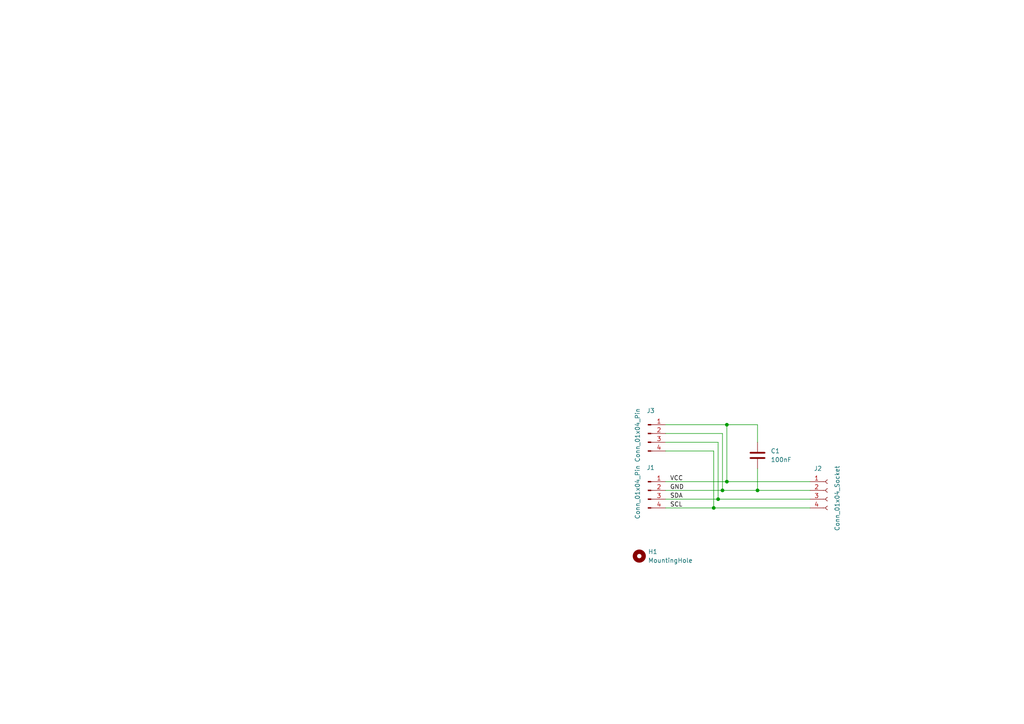
<source format=kicad_sch>
(kicad_sch (version 20231120) (generator "eeschema") (generator_version "8.0")
  (paper "A4")
  (title_block (date "2025-04-07"))
  (lib_symbols
    (symbol "Connector:Conn_01x04_Pin" (pin_names (offset 1.016) hide)
      (property "Reference" "J" (at 0 5.08 0))
      (property "Value" "Conn_01x04_Pin" (at 0 -7.62 0))
      (symbol "Conn_01x04_Pin_1_1"
        (polyline (pts (xy 1.27 -5.08) (xy 0.8636 -5.08)) (stroke (width 0.1524)))
        (polyline (pts (xy 1.27 -2.54) (xy 0.8636 -2.54)) (stroke (width 0.1524)))
        (polyline (pts (xy 1.27 0) (xy 0.8636 0)) (stroke (width 0.1524)))
        (polyline (pts (xy 1.27 2.54) (xy 0.8636 2.54)) (stroke (width 0.1524)))
        (rectangle (start 0.8636 -4.953) (end 0 -5.207) (stroke (width 0.1524)) (fill (type outline)))
        (rectangle (start 0.8636 -2.413) (end 0 -2.667) (stroke (width 0.1524)) (fill (type outline)))
        (rectangle (start 0.8636 0.127) (end 0 -0.127) (stroke (width 0.1524)) (fill (type outline)))
        (rectangle (start 0.8636 2.667) (end 0 2.413) (stroke (width 0.1524)) (fill (type outline)))
        (pin passive line (at 5.08 2.54 180) (length 3.81) (name "Pin_1") (number "1"))
        (pin passive line (at 5.08 0 180) (length 3.81) (name "Pin_2") (number "2"))
        (pin passive line (at 5.08 -2.54 180) (length 3.81) (name "Pin_3") (number "3"))
        (pin passive line (at 5.08 -5.08 180) (length 3.81) (name "Pin_4") (number "4"))
      )
    )
    (symbol "Connector:Conn_01x04_Socket" (pin_names (offset 1.016) hide)
      (property "Reference" "J" (at 0 5.08 0))
      (property "Value" "Conn_01x04_Socket" (at 0 -7.62 0))
      (symbol "Conn_01x04_Socket_1_1"
        (arc (start 0 -4.572) (mid -0.5058 -5.08) (end 0 -5.588) (stroke (width 0.1524)))
        (arc (start 0 -2.032) (mid -0.5058 -2.54) (end 0 -3.048) (stroke (width 0.1524)))
        (polyline (pts (xy -1.27 -5.08) (xy -0.508 -5.08)) (stroke (width 0.1524)))
        (polyline (pts (xy -1.27 -2.54) (xy -0.508 -2.54)) (stroke (width 0.1524)))
        (polyline (pts (xy -1.27 0) (xy -0.508 0)) (stroke (width 0.1524)))
        (polyline (pts (xy -1.27 2.54) (xy -0.508 2.54)) (stroke (width 0.1524)))
        (arc (start 0 0.508) (mid -0.5058 0) (end 0 -0.508) (stroke (width 0.1524)))
        (arc (start 0 3.048) (mid -0.5058 2.54) (end 0 2.032) (stroke (width 0.1524)))
        (pin passive line (at -5.08 2.54 0) (length 3.81) (name "Pin_1") (number "1"))
        (pin passive line (at -5.08 0 0) (length 3.81) (name "Pin_2") (number "2"))
        (pin passive line (at -5.08 -2.54 0) (length 3.81) (name "Pin_3") (number "3"))
        (pin passive line (at -5.08 -5.08 0) (length 3.81) (name "Pin_4") (number "4"))
      )
    )
    (symbol "Device:C" (pin_numbers hide) (pin_names (offset 0.254))
      (property "Reference" "C" (at 0.635 2.54 0))
      (property "Value" "C" (at 0.635 -2.54 0))
      (symbol "C_0_1"
        (polyline (pts (xy -2.032 -0.762) (xy 2.032 -0.762)) (stroke (width 0.508)))
        (polyline (pts (xy -2.032 0.762) (xy 2.032 0.762)) (stroke (width 0.508)))
      )
      (symbol "C_1_1"
        (pin passive line (at 0 3.81 270) (length 2.794) (name "~") (number "1"))
        (pin passive line (at 0 -3.81 90) (length 2.794) (name "~") (number "2"))
      )
    )
    (symbol "_kh_library:MountingHole" (pin_names (offset 1.016)) (exclude_from_sim yes) (in_bom no)
      (property "Reference" "H" (at 0 5.08 0))
      (property "Value" "MountingHole" (at 0 3.175 0))
      (symbol "MountingHole_0_1"
        (circle (center 0 0) (radius 1.27) (stroke (width 1.27)))
      )
    )
  )
  (junction (at 210.82 139.7))
  (junction (at 209.55 142.24))
  (junction (at 210.82 123.19))
  (junction (at 208.28 144.78))
  (junction (at 207.01 147.32))
  (junction (at 219.71 142.24))
  (wire (pts (xy 209.55 142.24) (xy 209.55 125.73)))
  (wire (pts (xy 193.04 128.27) (xy 208.28 128.27)))
  (wire (pts (xy 210.82 123.19) (xy 193.04 123.19)))
  (wire (pts (xy 193.04 147.32) (xy 207.01 147.32)))
  (wire (pts (xy 210.82 123.19) (xy 219.71 123.19)))
  (wire (pts (xy 207.01 147.32) (xy 234.95 147.32)))
  (wire (pts (xy 208.28 144.78) (xy 208.28 128.27)))
  (wire (pts (xy 219.71 123.19) (xy 219.71 128.27)))
  (wire (pts (xy 208.28 144.78) (xy 234.95 144.78)))
  (wire (pts (xy 209.55 142.24) (xy 219.71 142.24)))
  (wire (pts (xy 209.55 125.73) (xy 193.04 125.73)))
  (wire (pts (xy 210.82 139.7) (xy 210.82 123.19)))
  (wire (pts (xy 210.82 139.7) (xy 234.95 139.7)))
  (wire (pts (xy 207.01 130.81) (xy 193.04 130.81)))
  (wire (pts (xy 193.04 139.7) (xy 210.82 139.7)))
  (wire (pts (xy 193.04 142.24) (xy 209.55 142.24)))
  (wire (pts (xy 219.71 142.24) (xy 234.95 142.24)))
  (wire (pts (xy 193.04 144.78) (xy 208.28 144.78)))
  (wire (pts (xy 219.71 135.89) (xy 219.71 142.24)))
  (wire (pts (xy 207.01 147.32) (xy 207.01 130.81)))
  (label "VCC" (at 194.31 139.7 0))
  (label "SDA" (at 194.31 144.78 0))
  (label "GND" (at 194.31 142.24 0))
  (label "SCL" (at 194.31 147.32 0))
  (symbol (lib_id "_kh_library:MountingHole") (at 185.42 161.29 0) (unit 1) (exclude_from_sim yes) (in_bom no)
    (property "Reference" "H1" (at 187.96 160.0199 0) (effects (justify left)))
    (property "Value" "MountingHole" (at 187.96 162.5599 0) (effects (justify left)))
    (property "Footprint" "_kh_library:MountingHole_2.2mm_M2_Pad_TopBottom_kh" (effects (hide yes)))
    (property "Description" "Mounting Hole without connection" (effects (hide yes)))
  )
  (symbol (lib_id "Device:C") (at 219.71 132.08 0) (unit 1)
    (property "Reference" "C1" (at 223.52 130.8099 0) (effects (justify left)))
    (property "Value" "100nF" (at 223.52 133.3499 0) (effects (justify left)))
    (property "Footprint" "Capacitor_THT:C_Disc_D3.0mm_W1.6mm_P2.50mm" (effects (hide yes)))
    (property "Description" "Unpolarized capacitor" (effects (hide yes)))
  )
  (symbol (lib_id "Connector:Conn_01x04_Socket") (at 240.03 142.24 0) (unit 1)
    (property "Reference" "J2" (at 237.236 135.89 0))
    (property "Value" "Conn_01x04_Socket" (at 242.824 144.526 90))
    (property "Footprint" "_kh_library:PinSocket_1x04_P2.54mm_Vertical_kh" (effects (hide yes)))
    (property "Description" "Generic connector, single row, 01x04, script generated" (effects (hide yes)))
  )
  (symbol (lib_id "Connector:Conn_01x04_Pin") (at 187.96 142.24 0) (unit 1)
    (property "Reference" "J1" (at 188.722 135.636 0))
    (property "Value" "Conn_01x04_Pin" (at 184.912 142.748 90))
    (property "Footprint" "_kh_library:PinSocket_1x04_P2.54mm_Vertical_kh" (effects (hide yes)))
    (property "Description" "Generic connector, single row, 01x04, script generated" (effects (hide yes)))
  )
  (symbol (lib_id "Connector:Conn_01x04_Pin") (at 187.96 125.73 0) (unit 1)
    (property "Reference" "J3" (at 188.722 119.126 0))
    (property "Value" "Conn_01x04_Pin" (at 184.912 126.238 90))
    (property "Footprint" "_kh_library:PinSocket_1x04_P2.54mm_Vertical_kh" (effects (hide yes)))
    (property "Description" "Generic connector, single row, 01x04, script generated" (effects (hide yes)))
  )
)
</source>
